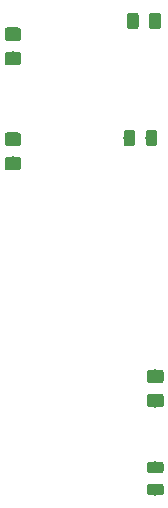
<source format=gbr>
G04 #@! TF.GenerationSoftware,KiCad,Pcbnew,(5.0.2)-1*
G04 #@! TF.CreationDate,2019-01-05T13:40:23-06:00*
G04 #@! TF.ProjectId,controller,636f6e74-726f-46c6-9c65-722e6b696361,rev?*
G04 #@! TF.SameCoordinates,Original*
G04 #@! TF.FileFunction,Paste,Top*
G04 #@! TF.FilePolarity,Positive*
%FSLAX46Y46*%
G04 Gerber Fmt 4.6, Leading zero omitted, Abs format (unit mm)*
G04 Created by KiCad (PCBNEW (5.0.2)-1) date 1/5/2019 1:40:23 PM*
%MOMM*%
%LPD*%
G01*
G04 APERTURE LIST*
%ADD10C,0.100000*%
%ADD11C,1.150000*%
%ADD12C,0.975000*%
G04 APERTURE END LIST*
D10*
G04 #@! TO.C,R1*
G36*
X128109505Y-76116204D02*
X128133773Y-76119804D01*
X128157572Y-76125765D01*
X128180671Y-76134030D01*
X128202850Y-76144520D01*
X128223893Y-76157132D01*
X128243599Y-76171747D01*
X128261777Y-76188223D01*
X128278253Y-76206401D01*
X128292868Y-76226107D01*
X128305480Y-76247150D01*
X128315970Y-76269329D01*
X128324235Y-76292428D01*
X128330196Y-76316227D01*
X128333796Y-76340495D01*
X128335000Y-76364999D01*
X128335000Y-77015001D01*
X128333796Y-77039505D01*
X128330196Y-77063773D01*
X128324235Y-77087572D01*
X128315970Y-77110671D01*
X128305480Y-77132850D01*
X128292868Y-77153893D01*
X128278253Y-77173599D01*
X128261777Y-77191777D01*
X128243599Y-77208253D01*
X128223893Y-77222868D01*
X128202850Y-77235480D01*
X128180671Y-77245970D01*
X128157572Y-77254235D01*
X128133773Y-77260196D01*
X128109505Y-77263796D01*
X128085001Y-77265000D01*
X127184999Y-77265000D01*
X127160495Y-77263796D01*
X127136227Y-77260196D01*
X127112428Y-77254235D01*
X127089329Y-77245970D01*
X127067150Y-77235480D01*
X127046107Y-77222868D01*
X127026401Y-77208253D01*
X127008223Y-77191777D01*
X126991747Y-77173599D01*
X126977132Y-77153893D01*
X126964520Y-77132850D01*
X126954030Y-77110671D01*
X126945765Y-77087572D01*
X126939804Y-77063773D01*
X126936204Y-77039505D01*
X126935000Y-77015001D01*
X126935000Y-76364999D01*
X126936204Y-76340495D01*
X126939804Y-76316227D01*
X126945765Y-76292428D01*
X126954030Y-76269329D01*
X126964520Y-76247150D01*
X126977132Y-76226107D01*
X126991747Y-76206401D01*
X127008223Y-76188223D01*
X127026401Y-76171747D01*
X127046107Y-76157132D01*
X127067150Y-76144520D01*
X127089329Y-76134030D01*
X127112428Y-76125765D01*
X127136227Y-76119804D01*
X127160495Y-76116204D01*
X127184999Y-76115000D01*
X128085001Y-76115000D01*
X128109505Y-76116204D01*
X128109505Y-76116204D01*
G37*
D11*
X127635000Y-76690000D03*
D10*
G36*
X128109505Y-78166204D02*
X128133773Y-78169804D01*
X128157572Y-78175765D01*
X128180671Y-78184030D01*
X128202850Y-78194520D01*
X128223893Y-78207132D01*
X128243599Y-78221747D01*
X128261777Y-78238223D01*
X128278253Y-78256401D01*
X128292868Y-78276107D01*
X128305480Y-78297150D01*
X128315970Y-78319329D01*
X128324235Y-78342428D01*
X128330196Y-78366227D01*
X128333796Y-78390495D01*
X128335000Y-78414999D01*
X128335000Y-79065001D01*
X128333796Y-79089505D01*
X128330196Y-79113773D01*
X128324235Y-79137572D01*
X128315970Y-79160671D01*
X128305480Y-79182850D01*
X128292868Y-79203893D01*
X128278253Y-79223599D01*
X128261777Y-79241777D01*
X128243599Y-79258253D01*
X128223893Y-79272868D01*
X128202850Y-79285480D01*
X128180671Y-79295970D01*
X128157572Y-79304235D01*
X128133773Y-79310196D01*
X128109505Y-79313796D01*
X128085001Y-79315000D01*
X127184999Y-79315000D01*
X127160495Y-79313796D01*
X127136227Y-79310196D01*
X127112428Y-79304235D01*
X127089329Y-79295970D01*
X127067150Y-79285480D01*
X127046107Y-79272868D01*
X127026401Y-79258253D01*
X127008223Y-79241777D01*
X126991747Y-79223599D01*
X126977132Y-79203893D01*
X126964520Y-79182850D01*
X126954030Y-79160671D01*
X126945765Y-79137572D01*
X126939804Y-79113773D01*
X126936204Y-79089505D01*
X126935000Y-79065001D01*
X126935000Y-78414999D01*
X126936204Y-78390495D01*
X126939804Y-78366227D01*
X126945765Y-78342428D01*
X126954030Y-78319329D01*
X126964520Y-78297150D01*
X126977132Y-78276107D01*
X126991747Y-78256401D01*
X127008223Y-78238223D01*
X127026401Y-78221747D01*
X127046107Y-78207132D01*
X127067150Y-78194520D01*
X127089329Y-78184030D01*
X127112428Y-78175765D01*
X127136227Y-78169804D01*
X127160495Y-78166204D01*
X127184999Y-78165000D01*
X128085001Y-78165000D01*
X128109505Y-78166204D01*
X128109505Y-78166204D01*
G37*
D11*
X127635000Y-78740000D03*
G04 #@! TD*
D10*
G04 #@! TO.C,R3*
G36*
X128109505Y-69276204D02*
X128133773Y-69279804D01*
X128157572Y-69285765D01*
X128180671Y-69294030D01*
X128202850Y-69304520D01*
X128223893Y-69317132D01*
X128243599Y-69331747D01*
X128261777Y-69348223D01*
X128278253Y-69366401D01*
X128292868Y-69386107D01*
X128305480Y-69407150D01*
X128315970Y-69429329D01*
X128324235Y-69452428D01*
X128330196Y-69476227D01*
X128333796Y-69500495D01*
X128335000Y-69524999D01*
X128335000Y-70175001D01*
X128333796Y-70199505D01*
X128330196Y-70223773D01*
X128324235Y-70247572D01*
X128315970Y-70270671D01*
X128305480Y-70292850D01*
X128292868Y-70313893D01*
X128278253Y-70333599D01*
X128261777Y-70351777D01*
X128243599Y-70368253D01*
X128223893Y-70382868D01*
X128202850Y-70395480D01*
X128180671Y-70405970D01*
X128157572Y-70414235D01*
X128133773Y-70420196D01*
X128109505Y-70423796D01*
X128085001Y-70425000D01*
X127184999Y-70425000D01*
X127160495Y-70423796D01*
X127136227Y-70420196D01*
X127112428Y-70414235D01*
X127089329Y-70405970D01*
X127067150Y-70395480D01*
X127046107Y-70382868D01*
X127026401Y-70368253D01*
X127008223Y-70351777D01*
X126991747Y-70333599D01*
X126977132Y-70313893D01*
X126964520Y-70292850D01*
X126954030Y-70270671D01*
X126945765Y-70247572D01*
X126939804Y-70223773D01*
X126936204Y-70199505D01*
X126935000Y-70175001D01*
X126935000Y-69524999D01*
X126936204Y-69500495D01*
X126939804Y-69476227D01*
X126945765Y-69452428D01*
X126954030Y-69429329D01*
X126964520Y-69407150D01*
X126977132Y-69386107D01*
X126991747Y-69366401D01*
X127008223Y-69348223D01*
X127026401Y-69331747D01*
X127046107Y-69317132D01*
X127067150Y-69304520D01*
X127089329Y-69294030D01*
X127112428Y-69285765D01*
X127136227Y-69279804D01*
X127160495Y-69276204D01*
X127184999Y-69275000D01*
X128085001Y-69275000D01*
X128109505Y-69276204D01*
X128109505Y-69276204D01*
G37*
D11*
X127635000Y-69850000D03*
D10*
G36*
X128109505Y-67226204D02*
X128133773Y-67229804D01*
X128157572Y-67235765D01*
X128180671Y-67244030D01*
X128202850Y-67254520D01*
X128223893Y-67267132D01*
X128243599Y-67281747D01*
X128261777Y-67298223D01*
X128278253Y-67316401D01*
X128292868Y-67336107D01*
X128305480Y-67357150D01*
X128315970Y-67379329D01*
X128324235Y-67402428D01*
X128330196Y-67426227D01*
X128333796Y-67450495D01*
X128335000Y-67474999D01*
X128335000Y-68125001D01*
X128333796Y-68149505D01*
X128330196Y-68173773D01*
X128324235Y-68197572D01*
X128315970Y-68220671D01*
X128305480Y-68242850D01*
X128292868Y-68263893D01*
X128278253Y-68283599D01*
X128261777Y-68301777D01*
X128243599Y-68318253D01*
X128223893Y-68332868D01*
X128202850Y-68345480D01*
X128180671Y-68355970D01*
X128157572Y-68364235D01*
X128133773Y-68370196D01*
X128109505Y-68373796D01*
X128085001Y-68375000D01*
X127184999Y-68375000D01*
X127160495Y-68373796D01*
X127136227Y-68370196D01*
X127112428Y-68364235D01*
X127089329Y-68355970D01*
X127067150Y-68345480D01*
X127046107Y-68332868D01*
X127026401Y-68318253D01*
X127008223Y-68301777D01*
X126991747Y-68283599D01*
X126977132Y-68263893D01*
X126964520Y-68242850D01*
X126954030Y-68220671D01*
X126945765Y-68197572D01*
X126939804Y-68173773D01*
X126936204Y-68149505D01*
X126935000Y-68125001D01*
X126935000Y-67474999D01*
X126936204Y-67450495D01*
X126939804Y-67426227D01*
X126945765Y-67402428D01*
X126954030Y-67379329D01*
X126964520Y-67357150D01*
X126977132Y-67336107D01*
X126991747Y-67316401D01*
X127008223Y-67298223D01*
X127026401Y-67281747D01*
X127046107Y-67267132D01*
X127067150Y-67254520D01*
X127089329Y-67244030D01*
X127112428Y-67235765D01*
X127136227Y-67229804D01*
X127160495Y-67226204D01*
X127184999Y-67225000D01*
X128085001Y-67225000D01*
X128109505Y-67226204D01*
X128109505Y-67226204D01*
G37*
D11*
X127635000Y-67800000D03*
G04 #@! TD*
D10*
G04 #@! TO.C,R5*
G36*
X140180142Y-103986174D02*
X140203803Y-103989684D01*
X140227007Y-103995496D01*
X140249529Y-104003554D01*
X140271153Y-104013782D01*
X140291670Y-104026079D01*
X140310883Y-104040329D01*
X140328607Y-104056393D01*
X140344671Y-104074117D01*
X140358921Y-104093330D01*
X140371218Y-104113847D01*
X140381446Y-104135471D01*
X140389504Y-104157993D01*
X140395316Y-104181197D01*
X140398826Y-104204858D01*
X140400000Y-104228750D01*
X140400000Y-104716250D01*
X140398826Y-104740142D01*
X140395316Y-104763803D01*
X140389504Y-104787007D01*
X140381446Y-104809529D01*
X140371218Y-104831153D01*
X140358921Y-104851670D01*
X140344671Y-104870883D01*
X140328607Y-104888607D01*
X140310883Y-104904671D01*
X140291670Y-104918921D01*
X140271153Y-104931218D01*
X140249529Y-104941446D01*
X140227007Y-104949504D01*
X140203803Y-104955316D01*
X140180142Y-104958826D01*
X140156250Y-104960000D01*
X139243750Y-104960000D01*
X139219858Y-104958826D01*
X139196197Y-104955316D01*
X139172993Y-104949504D01*
X139150471Y-104941446D01*
X139128847Y-104931218D01*
X139108330Y-104918921D01*
X139089117Y-104904671D01*
X139071393Y-104888607D01*
X139055329Y-104870883D01*
X139041079Y-104851670D01*
X139028782Y-104831153D01*
X139018554Y-104809529D01*
X139010496Y-104787007D01*
X139004684Y-104763803D01*
X139001174Y-104740142D01*
X139000000Y-104716250D01*
X139000000Y-104228750D01*
X139001174Y-104204858D01*
X139004684Y-104181197D01*
X139010496Y-104157993D01*
X139018554Y-104135471D01*
X139028782Y-104113847D01*
X139041079Y-104093330D01*
X139055329Y-104074117D01*
X139071393Y-104056393D01*
X139089117Y-104040329D01*
X139108330Y-104026079D01*
X139128847Y-104013782D01*
X139150471Y-104003554D01*
X139172993Y-103995496D01*
X139196197Y-103989684D01*
X139219858Y-103986174D01*
X139243750Y-103985000D01*
X140156250Y-103985000D01*
X140180142Y-103986174D01*
X140180142Y-103986174D01*
G37*
D12*
X139700000Y-104472500D03*
D10*
G36*
X140180142Y-105861174D02*
X140203803Y-105864684D01*
X140227007Y-105870496D01*
X140249529Y-105878554D01*
X140271153Y-105888782D01*
X140291670Y-105901079D01*
X140310883Y-105915329D01*
X140328607Y-105931393D01*
X140344671Y-105949117D01*
X140358921Y-105968330D01*
X140371218Y-105988847D01*
X140381446Y-106010471D01*
X140389504Y-106032993D01*
X140395316Y-106056197D01*
X140398826Y-106079858D01*
X140400000Y-106103750D01*
X140400000Y-106591250D01*
X140398826Y-106615142D01*
X140395316Y-106638803D01*
X140389504Y-106662007D01*
X140381446Y-106684529D01*
X140371218Y-106706153D01*
X140358921Y-106726670D01*
X140344671Y-106745883D01*
X140328607Y-106763607D01*
X140310883Y-106779671D01*
X140291670Y-106793921D01*
X140271153Y-106806218D01*
X140249529Y-106816446D01*
X140227007Y-106824504D01*
X140203803Y-106830316D01*
X140180142Y-106833826D01*
X140156250Y-106835000D01*
X139243750Y-106835000D01*
X139219858Y-106833826D01*
X139196197Y-106830316D01*
X139172993Y-106824504D01*
X139150471Y-106816446D01*
X139128847Y-106806218D01*
X139108330Y-106793921D01*
X139089117Y-106779671D01*
X139071393Y-106763607D01*
X139055329Y-106745883D01*
X139041079Y-106726670D01*
X139028782Y-106706153D01*
X139018554Y-106684529D01*
X139010496Y-106662007D01*
X139004684Y-106638803D01*
X139001174Y-106615142D01*
X139000000Y-106591250D01*
X139000000Y-106103750D01*
X139001174Y-106079858D01*
X139004684Y-106056197D01*
X139010496Y-106032993D01*
X139018554Y-106010471D01*
X139028782Y-105988847D01*
X139041079Y-105968330D01*
X139055329Y-105949117D01*
X139071393Y-105931393D01*
X139089117Y-105915329D01*
X139108330Y-105901079D01*
X139128847Y-105888782D01*
X139150471Y-105878554D01*
X139172993Y-105870496D01*
X139196197Y-105864684D01*
X139219858Y-105861174D01*
X139243750Y-105860000D01*
X140156250Y-105860000D01*
X140180142Y-105861174D01*
X140180142Y-105861174D01*
G37*
D12*
X139700000Y-106347500D03*
G04 #@! TD*
D10*
G04 #@! TO.C,R6*
G36*
X140174505Y-98241204D02*
X140198773Y-98244804D01*
X140222572Y-98250765D01*
X140245671Y-98259030D01*
X140267850Y-98269520D01*
X140288893Y-98282132D01*
X140308599Y-98296747D01*
X140326777Y-98313223D01*
X140343253Y-98331401D01*
X140357868Y-98351107D01*
X140370480Y-98372150D01*
X140380970Y-98394329D01*
X140389235Y-98417428D01*
X140395196Y-98441227D01*
X140398796Y-98465495D01*
X140400000Y-98489999D01*
X140400000Y-99140001D01*
X140398796Y-99164505D01*
X140395196Y-99188773D01*
X140389235Y-99212572D01*
X140380970Y-99235671D01*
X140370480Y-99257850D01*
X140357868Y-99278893D01*
X140343253Y-99298599D01*
X140326777Y-99316777D01*
X140308599Y-99333253D01*
X140288893Y-99347868D01*
X140267850Y-99360480D01*
X140245671Y-99370970D01*
X140222572Y-99379235D01*
X140198773Y-99385196D01*
X140174505Y-99388796D01*
X140150001Y-99390000D01*
X139249999Y-99390000D01*
X139225495Y-99388796D01*
X139201227Y-99385196D01*
X139177428Y-99379235D01*
X139154329Y-99370970D01*
X139132150Y-99360480D01*
X139111107Y-99347868D01*
X139091401Y-99333253D01*
X139073223Y-99316777D01*
X139056747Y-99298599D01*
X139042132Y-99278893D01*
X139029520Y-99257850D01*
X139019030Y-99235671D01*
X139010765Y-99212572D01*
X139004804Y-99188773D01*
X139001204Y-99164505D01*
X139000000Y-99140001D01*
X139000000Y-98489999D01*
X139001204Y-98465495D01*
X139004804Y-98441227D01*
X139010765Y-98417428D01*
X139019030Y-98394329D01*
X139029520Y-98372150D01*
X139042132Y-98351107D01*
X139056747Y-98331401D01*
X139073223Y-98313223D01*
X139091401Y-98296747D01*
X139111107Y-98282132D01*
X139132150Y-98269520D01*
X139154329Y-98259030D01*
X139177428Y-98250765D01*
X139201227Y-98244804D01*
X139225495Y-98241204D01*
X139249999Y-98240000D01*
X140150001Y-98240000D01*
X140174505Y-98241204D01*
X140174505Y-98241204D01*
G37*
D11*
X139700000Y-98815000D03*
D10*
G36*
X140174505Y-96191204D02*
X140198773Y-96194804D01*
X140222572Y-96200765D01*
X140245671Y-96209030D01*
X140267850Y-96219520D01*
X140288893Y-96232132D01*
X140308599Y-96246747D01*
X140326777Y-96263223D01*
X140343253Y-96281401D01*
X140357868Y-96301107D01*
X140370480Y-96322150D01*
X140380970Y-96344329D01*
X140389235Y-96367428D01*
X140395196Y-96391227D01*
X140398796Y-96415495D01*
X140400000Y-96439999D01*
X140400000Y-97090001D01*
X140398796Y-97114505D01*
X140395196Y-97138773D01*
X140389235Y-97162572D01*
X140380970Y-97185671D01*
X140370480Y-97207850D01*
X140357868Y-97228893D01*
X140343253Y-97248599D01*
X140326777Y-97266777D01*
X140308599Y-97283253D01*
X140288893Y-97297868D01*
X140267850Y-97310480D01*
X140245671Y-97320970D01*
X140222572Y-97329235D01*
X140198773Y-97335196D01*
X140174505Y-97338796D01*
X140150001Y-97340000D01*
X139249999Y-97340000D01*
X139225495Y-97338796D01*
X139201227Y-97335196D01*
X139177428Y-97329235D01*
X139154329Y-97320970D01*
X139132150Y-97310480D01*
X139111107Y-97297868D01*
X139091401Y-97283253D01*
X139073223Y-97266777D01*
X139056747Y-97248599D01*
X139042132Y-97228893D01*
X139029520Y-97207850D01*
X139019030Y-97185671D01*
X139010765Y-97162572D01*
X139004804Y-97138773D01*
X139001204Y-97114505D01*
X139000000Y-97090001D01*
X139000000Y-96439999D01*
X139001204Y-96415495D01*
X139004804Y-96391227D01*
X139010765Y-96367428D01*
X139019030Y-96344329D01*
X139029520Y-96322150D01*
X139042132Y-96301107D01*
X139056747Y-96281401D01*
X139073223Y-96263223D01*
X139091401Y-96246747D01*
X139111107Y-96232132D01*
X139132150Y-96219520D01*
X139154329Y-96209030D01*
X139177428Y-96200765D01*
X139201227Y-96194804D01*
X139225495Y-96191204D01*
X139249999Y-96190000D01*
X140150001Y-96190000D01*
X140174505Y-96191204D01*
X140174505Y-96191204D01*
G37*
D11*
X139700000Y-96765000D03*
G04 #@! TD*
D10*
G04 #@! TO.C,C1*
G36*
X139937642Y-65976174D02*
X139961303Y-65979684D01*
X139984507Y-65985496D01*
X140007029Y-65993554D01*
X140028653Y-66003782D01*
X140049170Y-66016079D01*
X140068383Y-66030329D01*
X140086107Y-66046393D01*
X140102171Y-66064117D01*
X140116421Y-66083330D01*
X140128718Y-66103847D01*
X140138946Y-66125471D01*
X140147004Y-66147993D01*
X140152816Y-66171197D01*
X140156326Y-66194858D01*
X140157500Y-66218750D01*
X140157500Y-67131250D01*
X140156326Y-67155142D01*
X140152816Y-67178803D01*
X140147004Y-67202007D01*
X140138946Y-67224529D01*
X140128718Y-67246153D01*
X140116421Y-67266670D01*
X140102171Y-67285883D01*
X140086107Y-67303607D01*
X140068383Y-67319671D01*
X140049170Y-67333921D01*
X140028653Y-67346218D01*
X140007029Y-67356446D01*
X139984507Y-67364504D01*
X139961303Y-67370316D01*
X139937642Y-67373826D01*
X139913750Y-67375000D01*
X139426250Y-67375000D01*
X139402358Y-67373826D01*
X139378697Y-67370316D01*
X139355493Y-67364504D01*
X139332971Y-67356446D01*
X139311347Y-67346218D01*
X139290830Y-67333921D01*
X139271617Y-67319671D01*
X139253893Y-67303607D01*
X139237829Y-67285883D01*
X139223579Y-67266670D01*
X139211282Y-67246153D01*
X139201054Y-67224529D01*
X139192996Y-67202007D01*
X139187184Y-67178803D01*
X139183674Y-67155142D01*
X139182500Y-67131250D01*
X139182500Y-66218750D01*
X139183674Y-66194858D01*
X139187184Y-66171197D01*
X139192996Y-66147993D01*
X139201054Y-66125471D01*
X139211282Y-66103847D01*
X139223579Y-66083330D01*
X139237829Y-66064117D01*
X139253893Y-66046393D01*
X139271617Y-66030329D01*
X139290830Y-66016079D01*
X139311347Y-66003782D01*
X139332971Y-65993554D01*
X139355493Y-65985496D01*
X139378697Y-65979684D01*
X139402358Y-65976174D01*
X139426250Y-65975000D01*
X139913750Y-65975000D01*
X139937642Y-65976174D01*
X139937642Y-65976174D01*
G37*
D12*
X139670000Y-66675000D03*
D10*
G36*
X138062642Y-65976174D02*
X138086303Y-65979684D01*
X138109507Y-65985496D01*
X138132029Y-65993554D01*
X138153653Y-66003782D01*
X138174170Y-66016079D01*
X138193383Y-66030329D01*
X138211107Y-66046393D01*
X138227171Y-66064117D01*
X138241421Y-66083330D01*
X138253718Y-66103847D01*
X138263946Y-66125471D01*
X138272004Y-66147993D01*
X138277816Y-66171197D01*
X138281326Y-66194858D01*
X138282500Y-66218750D01*
X138282500Y-67131250D01*
X138281326Y-67155142D01*
X138277816Y-67178803D01*
X138272004Y-67202007D01*
X138263946Y-67224529D01*
X138253718Y-67246153D01*
X138241421Y-67266670D01*
X138227171Y-67285883D01*
X138211107Y-67303607D01*
X138193383Y-67319671D01*
X138174170Y-67333921D01*
X138153653Y-67346218D01*
X138132029Y-67356446D01*
X138109507Y-67364504D01*
X138086303Y-67370316D01*
X138062642Y-67373826D01*
X138038750Y-67375000D01*
X137551250Y-67375000D01*
X137527358Y-67373826D01*
X137503697Y-67370316D01*
X137480493Y-67364504D01*
X137457971Y-67356446D01*
X137436347Y-67346218D01*
X137415830Y-67333921D01*
X137396617Y-67319671D01*
X137378893Y-67303607D01*
X137362829Y-67285883D01*
X137348579Y-67266670D01*
X137336282Y-67246153D01*
X137326054Y-67224529D01*
X137317996Y-67202007D01*
X137312184Y-67178803D01*
X137308674Y-67155142D01*
X137307500Y-67131250D01*
X137307500Y-66218750D01*
X137308674Y-66194858D01*
X137312184Y-66171197D01*
X137317996Y-66147993D01*
X137326054Y-66125471D01*
X137336282Y-66103847D01*
X137348579Y-66083330D01*
X137362829Y-66064117D01*
X137378893Y-66046393D01*
X137396617Y-66030329D01*
X137415830Y-66016079D01*
X137436347Y-66003782D01*
X137457971Y-65993554D01*
X137480493Y-65985496D01*
X137503697Y-65979684D01*
X137527358Y-65976174D01*
X137551250Y-65975000D01*
X138038750Y-65975000D01*
X138062642Y-65976174D01*
X138062642Y-65976174D01*
G37*
D12*
X137795000Y-66675000D03*
G04 #@! TD*
D10*
G04 #@! TO.C,C2*
G36*
X137760142Y-75886175D02*
X137783803Y-75889685D01*
X137807007Y-75895497D01*
X137829529Y-75903555D01*
X137851153Y-75913783D01*
X137871670Y-75926080D01*
X137890883Y-75940330D01*
X137908607Y-75956394D01*
X137924671Y-75974118D01*
X137938921Y-75993331D01*
X137951218Y-76013848D01*
X137961446Y-76035472D01*
X137969504Y-76057994D01*
X137975316Y-76081198D01*
X137978826Y-76104859D01*
X137980000Y-76128751D01*
X137980000Y-77041251D01*
X137978826Y-77065143D01*
X137975316Y-77088804D01*
X137969504Y-77112008D01*
X137961446Y-77134530D01*
X137951218Y-77156154D01*
X137938921Y-77176671D01*
X137924671Y-77195884D01*
X137908607Y-77213608D01*
X137890883Y-77229672D01*
X137871670Y-77243922D01*
X137851153Y-77256219D01*
X137829529Y-77266447D01*
X137807007Y-77274505D01*
X137783803Y-77280317D01*
X137760142Y-77283827D01*
X137736250Y-77285001D01*
X137248750Y-77285001D01*
X137224858Y-77283827D01*
X137201197Y-77280317D01*
X137177993Y-77274505D01*
X137155471Y-77266447D01*
X137133847Y-77256219D01*
X137113330Y-77243922D01*
X137094117Y-77229672D01*
X137076393Y-77213608D01*
X137060329Y-77195884D01*
X137046079Y-77176671D01*
X137033782Y-77156154D01*
X137023554Y-77134530D01*
X137015496Y-77112008D01*
X137009684Y-77088804D01*
X137006174Y-77065143D01*
X137005000Y-77041251D01*
X137005000Y-76128751D01*
X137006174Y-76104859D01*
X137009684Y-76081198D01*
X137015496Y-76057994D01*
X137023554Y-76035472D01*
X137033782Y-76013848D01*
X137046079Y-75993331D01*
X137060329Y-75974118D01*
X137076393Y-75956394D01*
X137094117Y-75940330D01*
X137113330Y-75926080D01*
X137133847Y-75913783D01*
X137155471Y-75903555D01*
X137177993Y-75895497D01*
X137201197Y-75889685D01*
X137224858Y-75886175D01*
X137248750Y-75885001D01*
X137736250Y-75885001D01*
X137760142Y-75886175D01*
X137760142Y-75886175D01*
G37*
D12*
X137492500Y-76585001D03*
D10*
G36*
X139635142Y-75886175D02*
X139658803Y-75889685D01*
X139682007Y-75895497D01*
X139704529Y-75903555D01*
X139726153Y-75913783D01*
X139746670Y-75926080D01*
X139765883Y-75940330D01*
X139783607Y-75956394D01*
X139799671Y-75974118D01*
X139813921Y-75993331D01*
X139826218Y-76013848D01*
X139836446Y-76035472D01*
X139844504Y-76057994D01*
X139850316Y-76081198D01*
X139853826Y-76104859D01*
X139855000Y-76128751D01*
X139855000Y-77041251D01*
X139853826Y-77065143D01*
X139850316Y-77088804D01*
X139844504Y-77112008D01*
X139836446Y-77134530D01*
X139826218Y-77156154D01*
X139813921Y-77176671D01*
X139799671Y-77195884D01*
X139783607Y-77213608D01*
X139765883Y-77229672D01*
X139746670Y-77243922D01*
X139726153Y-77256219D01*
X139704529Y-77266447D01*
X139682007Y-77274505D01*
X139658803Y-77280317D01*
X139635142Y-77283827D01*
X139611250Y-77285001D01*
X139123750Y-77285001D01*
X139099858Y-77283827D01*
X139076197Y-77280317D01*
X139052993Y-77274505D01*
X139030471Y-77266447D01*
X139008847Y-77256219D01*
X138988330Y-77243922D01*
X138969117Y-77229672D01*
X138951393Y-77213608D01*
X138935329Y-77195884D01*
X138921079Y-77176671D01*
X138908782Y-77156154D01*
X138898554Y-77134530D01*
X138890496Y-77112008D01*
X138884684Y-77088804D01*
X138881174Y-77065143D01*
X138880000Y-77041251D01*
X138880000Y-76128751D01*
X138881174Y-76104859D01*
X138884684Y-76081198D01*
X138890496Y-76057994D01*
X138898554Y-76035472D01*
X138908782Y-76013848D01*
X138921079Y-75993331D01*
X138935329Y-75974118D01*
X138951393Y-75956394D01*
X138969117Y-75940330D01*
X138988330Y-75926080D01*
X139008847Y-75913783D01*
X139030471Y-75903555D01*
X139052993Y-75895497D01*
X139076197Y-75889685D01*
X139099858Y-75886175D01*
X139123750Y-75885001D01*
X139611250Y-75885001D01*
X139635142Y-75886175D01*
X139635142Y-75886175D01*
G37*
D12*
X139367500Y-76585001D03*
G04 #@! TD*
M02*

</source>
